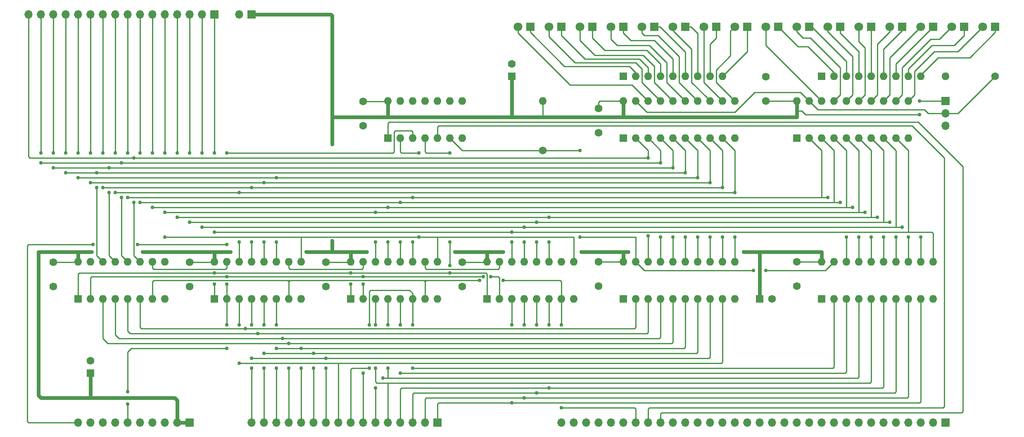
<source format=gtl>
G04 #@! TF.GenerationSoftware,KiCad,Pcbnew,(5.1.5)-3*
G04 #@! TF.CreationDate,2022-12-08T22:12:38-08:00*
G04 #@! TF.ProjectId,program_counter,70726f67-7261-46d5-9f63-6f756e746572,rev?*
G04 #@! TF.SameCoordinates,Original*
G04 #@! TF.FileFunction,Copper,L1,Top*
G04 #@! TF.FilePolarity,Positive*
%FSLAX46Y46*%
G04 Gerber Fmt 4.6, Leading zero omitted, Abs format (unit mm)*
G04 Created by KiCad (PCBNEW (5.1.5)-3) date 2022-12-08 22:12:38*
%MOMM*%
%LPD*%
G04 APERTURE LIST*
%ADD10O,1.600000X1.600000*%
%ADD11R,1.600000X1.600000*%
%ADD12C,1.600000*%
%ADD13O,1.700000X1.700000*%
%ADD14R,1.700000X1.700000*%
%ADD15C,1.800000*%
%ADD16R,1.800000X1.800000*%
%ADD17C,0.762000*%
%ADD18C,0.762000*%
%ADD19C,0.254000*%
G04 APERTURE END LIST*
D10*
X63500000Y-111760000D03*
X81280000Y-119380000D03*
X66040000Y-111760000D03*
X78740000Y-119380000D03*
X68580000Y-111760000D03*
X76200000Y-119380000D03*
X71120000Y-111760000D03*
X73660000Y-119380000D03*
X73660000Y-111760000D03*
X71120000Y-119380000D03*
X76200000Y-111760000D03*
X68580000Y-119380000D03*
X78740000Y-111760000D03*
X66040000Y-119380000D03*
X81280000Y-111760000D03*
D11*
X63500000Y-119380000D03*
D10*
X175260000Y-78740000D03*
X198120000Y-86360000D03*
X177800000Y-78740000D03*
X195580000Y-86360000D03*
X180340000Y-78740000D03*
X193040000Y-86360000D03*
X182880000Y-78740000D03*
X190500000Y-86360000D03*
X185420000Y-78740000D03*
X187960000Y-86360000D03*
X187960000Y-78740000D03*
X185420000Y-86360000D03*
X190500000Y-78740000D03*
X182880000Y-86360000D03*
X193040000Y-78740000D03*
X180340000Y-86360000D03*
X195580000Y-78740000D03*
X177800000Y-86360000D03*
X198120000Y-78740000D03*
D11*
X175260000Y-86360000D03*
D10*
X91440000Y-111760000D03*
X109220000Y-119380000D03*
X93980000Y-111760000D03*
X106680000Y-119380000D03*
X96520000Y-111760000D03*
X104140000Y-119380000D03*
X99060000Y-111760000D03*
X101600000Y-119380000D03*
X101600000Y-111760000D03*
X99060000Y-119380000D03*
X104140000Y-111760000D03*
X96520000Y-119380000D03*
X106680000Y-111760000D03*
X93980000Y-119380000D03*
X109220000Y-111760000D03*
D11*
X91440000Y-119380000D03*
D10*
X215900000Y-111760000D03*
X238760000Y-119380000D03*
X218440000Y-111760000D03*
X236220000Y-119380000D03*
X220980000Y-111760000D03*
X233680000Y-119380000D03*
X223520000Y-111760000D03*
X231140000Y-119380000D03*
X226060000Y-111760000D03*
X228600000Y-119380000D03*
X228600000Y-111760000D03*
X226060000Y-119380000D03*
X231140000Y-111760000D03*
X223520000Y-119380000D03*
X233680000Y-111760000D03*
X220980000Y-119380000D03*
X236220000Y-111760000D03*
X218440000Y-119380000D03*
X238760000Y-111760000D03*
D11*
X215900000Y-119380000D03*
D10*
X119380000Y-111760000D03*
X137160000Y-119380000D03*
X121920000Y-111760000D03*
X134620000Y-119380000D03*
X124460000Y-111760000D03*
X132080000Y-119380000D03*
X127000000Y-111760000D03*
X129540000Y-119380000D03*
X129540000Y-111760000D03*
X127000000Y-119380000D03*
X132080000Y-111760000D03*
X124460000Y-119380000D03*
X134620000Y-111760000D03*
X121920000Y-119380000D03*
X137160000Y-111760000D03*
D11*
X119380000Y-119380000D03*
D10*
X175260000Y-111760000D03*
X198120000Y-119380000D03*
X177800000Y-111760000D03*
X195580000Y-119380000D03*
X180340000Y-111760000D03*
X193040000Y-119380000D03*
X182880000Y-111760000D03*
X190500000Y-119380000D03*
X185420000Y-111760000D03*
X187960000Y-119380000D03*
X187960000Y-111760000D03*
X185420000Y-119380000D03*
X190500000Y-111760000D03*
X182880000Y-119380000D03*
X193040000Y-111760000D03*
X180340000Y-119380000D03*
X195580000Y-111760000D03*
X177800000Y-119380000D03*
X198120000Y-111760000D03*
D11*
X175260000Y-119380000D03*
D10*
X147320000Y-111760000D03*
X165100000Y-119380000D03*
X149860000Y-111760000D03*
X162560000Y-119380000D03*
X152400000Y-111760000D03*
X160020000Y-119380000D03*
X154940000Y-111760000D03*
X157480000Y-119380000D03*
X157480000Y-111760000D03*
X154940000Y-119380000D03*
X160020000Y-111760000D03*
X152400000Y-119380000D03*
X162560000Y-111760000D03*
X149860000Y-119380000D03*
X165100000Y-111760000D03*
D11*
X147320000Y-119380000D03*
D10*
X210820000Y-78740000D03*
X233680000Y-86360000D03*
X213360000Y-78740000D03*
X231140000Y-86360000D03*
X215900000Y-78740000D03*
X228600000Y-86360000D03*
X218440000Y-78740000D03*
X226060000Y-86360000D03*
X220980000Y-78740000D03*
X223520000Y-86360000D03*
X223520000Y-78740000D03*
X220980000Y-86360000D03*
X226060000Y-78740000D03*
X218440000Y-86360000D03*
X228600000Y-78740000D03*
X215900000Y-86360000D03*
X231140000Y-78740000D03*
X213360000Y-86360000D03*
X233680000Y-78740000D03*
D11*
X210820000Y-86360000D03*
D10*
X127000000Y-78740000D03*
X142240000Y-86360000D03*
X129540000Y-78740000D03*
X139700000Y-86360000D03*
X132080000Y-78740000D03*
X137160000Y-86360000D03*
X134620000Y-78740000D03*
X134620000Y-86360000D03*
X137160000Y-78740000D03*
X132080000Y-86360000D03*
X139700000Y-78740000D03*
X129540000Y-86360000D03*
X142240000Y-78740000D03*
D11*
X127000000Y-86360000D03*
D10*
X158750000Y-78740000D03*
D12*
X158750000Y-88900000D03*
D13*
X241300000Y-83820000D03*
X241300000Y-81280000D03*
D14*
X241300000Y-78740000D03*
D10*
X241300000Y-73660000D03*
D12*
X251460000Y-73660000D03*
D13*
X96520000Y-60960000D03*
D14*
X99060000Y-60960000D03*
X86360000Y-144780000D03*
D13*
X83820000Y-144780000D03*
X81280000Y-144780000D03*
X78740000Y-144780000D03*
X76200000Y-144780000D03*
X73660000Y-144780000D03*
X71120000Y-144780000D03*
X68580000Y-144780000D03*
X66040000Y-144780000D03*
X63500000Y-144780000D03*
D14*
X137160000Y-144780000D03*
D13*
X134620000Y-144780000D03*
X132080000Y-144780000D03*
X129540000Y-144780000D03*
X127000000Y-144780000D03*
X124460000Y-144780000D03*
X121920000Y-144780000D03*
X119380000Y-144780000D03*
X116840000Y-144780000D03*
X114300000Y-144780000D03*
X111760000Y-144780000D03*
X109220000Y-144780000D03*
X106680000Y-144780000D03*
X104140000Y-144780000D03*
X101600000Y-144780000D03*
X99060000Y-144780000D03*
X162560000Y-144780000D03*
X165100000Y-144780000D03*
X167640000Y-144780000D03*
X170180000Y-144780000D03*
X172720000Y-144780000D03*
X175260000Y-144780000D03*
X177800000Y-144780000D03*
X180340000Y-144780000D03*
X182880000Y-144780000D03*
X185420000Y-144780000D03*
X187960000Y-144780000D03*
X190500000Y-144780000D03*
X193040000Y-144780000D03*
X195580000Y-144780000D03*
X198120000Y-144780000D03*
X200660000Y-144780000D03*
X203200000Y-144780000D03*
X205740000Y-144780000D03*
X208280000Y-144780000D03*
X210820000Y-144780000D03*
X213360000Y-144780000D03*
X215900000Y-144780000D03*
X218440000Y-144780000D03*
X220980000Y-144780000D03*
X223520000Y-144780000D03*
X226060000Y-144780000D03*
X228600000Y-144780000D03*
X231140000Y-144780000D03*
X233680000Y-144780000D03*
X236220000Y-144780000D03*
X238760000Y-144780000D03*
D14*
X241300000Y-144780000D03*
D15*
X153670000Y-63500000D03*
D16*
X156210000Y-63500000D03*
D15*
X160020000Y-63500000D03*
D16*
X162560000Y-63500000D03*
D15*
X166370000Y-63500000D03*
D16*
X168910000Y-63500000D03*
D15*
X172720000Y-63500000D03*
D16*
X175260000Y-63500000D03*
D15*
X179070000Y-63500000D03*
D16*
X181610000Y-63500000D03*
D15*
X185420000Y-63500000D03*
D16*
X187960000Y-63500000D03*
D15*
X191770000Y-63500000D03*
D16*
X194310000Y-63500000D03*
D15*
X198120000Y-63500000D03*
D16*
X200660000Y-63500000D03*
D15*
X204470000Y-63500000D03*
D16*
X207010000Y-63500000D03*
D15*
X210820000Y-63500000D03*
D16*
X213360000Y-63500000D03*
D15*
X217170000Y-63500000D03*
D16*
X219710000Y-63500000D03*
D15*
X223520000Y-63500000D03*
D16*
X226060000Y-63500000D03*
D15*
X229870000Y-63500000D03*
D16*
X232410000Y-63500000D03*
D15*
X236220000Y-63500000D03*
D16*
X238760000Y-63500000D03*
D15*
X242570000Y-63500000D03*
D16*
X245110000Y-63500000D03*
D15*
X248920000Y-63500000D03*
D16*
X251460000Y-63500000D03*
D10*
X195580000Y-73660000D03*
X193040000Y-73660000D03*
X190500000Y-73660000D03*
X187960000Y-73660000D03*
X185420000Y-73660000D03*
X182880000Y-73660000D03*
X180340000Y-73660000D03*
X177800000Y-73660000D03*
D11*
X175260000Y-73660000D03*
D10*
X236220000Y-73660000D03*
X233680000Y-73660000D03*
X231140000Y-73660000D03*
X228600000Y-73660000D03*
X226060000Y-73660000D03*
X223520000Y-73660000D03*
X220980000Y-73660000D03*
X218440000Y-73660000D03*
D11*
X215900000Y-73660000D03*
D13*
X53340000Y-60960000D03*
X55880000Y-60960000D03*
X58420000Y-60960000D03*
X60960000Y-60960000D03*
X63500000Y-60960000D03*
X66040000Y-60960000D03*
X68580000Y-60960000D03*
X71120000Y-60960000D03*
X73660000Y-60960000D03*
X76200000Y-60960000D03*
X78740000Y-60960000D03*
X81280000Y-60960000D03*
X83820000Y-60960000D03*
X86360000Y-60960000D03*
X88900000Y-60960000D03*
D14*
X91440000Y-60960000D03*
D12*
X152400000Y-71160000D03*
D11*
X152400000Y-73660000D03*
D12*
X205700000Y-119380000D03*
D11*
X203200000Y-119380000D03*
D12*
X66040000Y-132120000D03*
D11*
X66040000Y-134620000D03*
D12*
X121920000Y-78820000D03*
X121920000Y-83820000D03*
X58420000Y-111840000D03*
X58420000Y-116840000D03*
X86360000Y-111840000D03*
X86360000Y-116840000D03*
X170180000Y-85264000D03*
X170180000Y-80264000D03*
X114300000Y-111840000D03*
X114300000Y-116840000D03*
X210820000Y-116760000D03*
X210820000Y-111760000D03*
X142240000Y-111840000D03*
X142240000Y-116840000D03*
X170180000Y-116760000D03*
X170180000Y-111760000D03*
X204470000Y-73740000D03*
X204470000Y-78740000D03*
D17*
X140716000Y-109728000D03*
X141986000Y-109728000D03*
X110236000Y-109728000D03*
X111506000Y-109728000D03*
X122682000Y-109728000D03*
X121412000Y-109728000D03*
X150622000Y-109728000D03*
X149352024Y-109728000D03*
X94741974Y-109728000D03*
X93472000Y-109728000D03*
X65024000Y-109728000D03*
X66294000Y-109728000D03*
X199898000Y-109727990D03*
X201168000Y-109728000D03*
X176275970Y-109728000D03*
X174244000Y-109728000D03*
X166623990Y-109728000D03*
X167894000Y-109728000D03*
X172974005Y-82041995D03*
X210820000Y-82042000D03*
X235966000Y-81534000D03*
X115570000Y-86106000D03*
X115569994Y-87630000D03*
X115570000Y-108712000D03*
X115570000Y-107442000D03*
X235966000Y-78740000D03*
X76707984Y-109728000D03*
X78232000Y-109728000D03*
X74930000Y-90424020D03*
X180340010Y-90424000D03*
X74930000Y-99568000D03*
X180340000Y-106426000D03*
X55880006Y-89408000D03*
X72390000Y-91439998D03*
X55880000Y-91440000D03*
X182880002Y-91440000D03*
X72390000Y-98551992D03*
X182879994Y-106680000D03*
X58420000Y-89407992D03*
X69850000Y-92456000D03*
X58419984Y-92456000D03*
X185420000Y-92456000D03*
X69850000Y-97536000D03*
X185420004Y-106680000D03*
X60960000Y-89408000D03*
X60960000Y-93471994D03*
X187960000Y-93472006D03*
X67310000Y-93472000D03*
X67310000Y-96519996D03*
X187960006Y-106680000D03*
X63500006Y-89408000D03*
X190500000Y-94487994D03*
X63500000Y-94488000D03*
X104140000Y-94488000D03*
X190500002Y-106680000D03*
X104140004Y-107696000D03*
X66040000Y-89407998D03*
X193040004Y-95504000D03*
X66039988Y-95504000D03*
X101600000Y-95504000D03*
X193040000Y-106680000D03*
X101600014Y-107696000D03*
X68579988Y-89408000D03*
X195580000Y-96520000D03*
X99060000Y-96520000D03*
X68580000Y-96520000D03*
X195580000Y-106680000D03*
X99060024Y-107696000D03*
X71120006Y-89408000D03*
X71120000Y-97536000D03*
X96520000Y-97536000D03*
X198120000Y-97536000D03*
X198120000Y-106680000D03*
X96519990Y-107696000D03*
X73660004Y-89408000D03*
X73660000Y-98552000D03*
X132080000Y-98552000D03*
X220980000Y-106680000D03*
X132080004Y-107696000D03*
X217170006Y-98552000D03*
X76199997Y-89408003D03*
X129540000Y-99568000D03*
X76200000Y-99568000D03*
X223520000Y-106680000D03*
X129539992Y-107696000D03*
X219710000Y-99568000D03*
X78740000Y-89407996D03*
X78740000Y-100583990D03*
X127000000Y-100584000D03*
X226060000Y-106680000D03*
X126999994Y-107696000D03*
X222249998Y-100584000D03*
X81280000Y-89407994D03*
X124460000Y-101600000D03*
X81280000Y-101600000D03*
X228600000Y-106680000D03*
X124459988Y-107696000D03*
X224790000Y-101600000D03*
X160020000Y-102616000D03*
X83820000Y-102616000D03*
X83820000Y-89408000D03*
X231140000Y-106680000D03*
X160019990Y-107696000D03*
X227330000Y-102615984D03*
X86360000Y-89408000D03*
X233680000Y-106680000D03*
X157480014Y-107696000D03*
X157480014Y-103632000D03*
X86360000Y-103632000D03*
X229870000Y-103631986D03*
X88900000Y-89408000D03*
X236220000Y-106680000D03*
X154939972Y-107696000D03*
X154940000Y-104648000D03*
X88900000Y-104648000D03*
X232410004Y-104648000D03*
X91440000Y-89408000D03*
X152400016Y-107696000D03*
X152399993Y-105664007D03*
X91440000Y-105664000D03*
X145796000Y-115570000D03*
X150622000Y-115570000D03*
X162560000Y-124714000D03*
X162560000Y-141732000D03*
X152400000Y-124714000D03*
X152400000Y-140716000D03*
X154940000Y-124714000D03*
X154940000Y-139700000D03*
X157480000Y-124714000D03*
X157480000Y-138684000D03*
X160020000Y-124714000D03*
X160019994Y-137668000D03*
X124460000Y-124714000D03*
X124460000Y-133604000D03*
X127000000Y-124714000D03*
X124460000Y-137668000D03*
X125984000Y-135635994D03*
X127000000Y-133604000D03*
X129540000Y-124714000D03*
X129540000Y-134620000D03*
X121920000Y-134620000D03*
X132080000Y-124714000D03*
X123190000Y-124714000D03*
X132080000Y-133604004D03*
X123189922Y-133604000D03*
X96520000Y-124714000D03*
X96520000Y-132588000D03*
X99060000Y-124714000D03*
X114300000Y-133604000D03*
X99060000Y-131572000D03*
X114300000Y-131572000D03*
X101600000Y-124714000D03*
X111760000Y-133604000D03*
X111760000Y-130555992D03*
X101600000Y-130556000D03*
X104140000Y-124714000D03*
X109220000Y-133604000D03*
X109220000Y-129540000D03*
X104140000Y-129540000D03*
X106680000Y-133604000D03*
X106680000Y-128524006D03*
X104140000Y-133604000D03*
X105410000Y-127508000D03*
X101600000Y-133604000D03*
X100330000Y-126492000D03*
X97790000Y-125476000D03*
X99060000Y-133604000D03*
X146558000Y-114808000D03*
X148082000Y-114808000D03*
X121920000Y-116332000D03*
X121920000Y-114808000D03*
X93980000Y-116332000D03*
X93980000Y-114808000D03*
X93980000Y-124714000D03*
X73660000Y-138430000D03*
X73660000Y-140970000D03*
X93980000Y-129540000D03*
X93980000Y-89408004D03*
X93980000Y-108204000D03*
X75692000Y-108204000D03*
X66548000Y-108204000D03*
X201930000Y-113538000D03*
X204470000Y-113538000D03*
X166370000Y-106680000D03*
X166370000Y-88900000D03*
X91440000Y-116332000D03*
X91440000Y-114046000D03*
X119380000Y-116332000D03*
X119380000Y-114046000D03*
X139700000Y-112522000D03*
X139700000Y-114046000D03*
X139700000Y-89408000D03*
X139700000Y-107696002D03*
X133350000Y-89408000D03*
X133349980Y-106680016D03*
X81280000Y-106680000D03*
D18*
X147320000Y-111760000D02*
X147320000Y-109728000D01*
X91440000Y-111760000D02*
X91440000Y-109728000D01*
X63500000Y-111760000D02*
X63500000Y-109728000D01*
X55372000Y-109728000D02*
X55372000Y-139192000D01*
X55372000Y-139192000D02*
X55880000Y-139700000D01*
X140716000Y-109728000D02*
X141986000Y-109728000D01*
X111506000Y-109728000D02*
X110236000Y-109728000D01*
X119380000Y-109728000D02*
X122682000Y-109728000D01*
X119380000Y-111760000D02*
X119380000Y-109728000D01*
X119380000Y-109728000D02*
X121412000Y-109728000D01*
X141986000Y-109728000D02*
X149352024Y-109728000D01*
X150622000Y-109728000D02*
X149352024Y-109728000D01*
X91440000Y-109728000D02*
X94741974Y-109728000D01*
X94741974Y-109728000D02*
X93472000Y-109728000D01*
X65024000Y-109728000D02*
X55372000Y-109728000D01*
X66294000Y-109728000D02*
X65024000Y-109728000D01*
D19*
X121920000Y-78820000D02*
X126920000Y-78820000D01*
X126920000Y-78820000D02*
X127000000Y-78740000D01*
X58420000Y-111840000D02*
X63420000Y-111840000D01*
X63420000Y-111840000D02*
X63500000Y-111760000D01*
D18*
X208534000Y-82041970D02*
X208534030Y-82042000D01*
X210819970Y-82041970D02*
X208534000Y-82041970D01*
X210820000Y-82042000D02*
X210819970Y-82041970D01*
X207995185Y-82041970D02*
X208534000Y-82041970D01*
X160558815Y-82042002D02*
X160020000Y-82042002D01*
X162814030Y-82041970D02*
X162813998Y-82042002D01*
X162813998Y-82042002D02*
X160558815Y-82042002D01*
D19*
X114300000Y-111840000D02*
X119300000Y-111840000D01*
X119300000Y-111840000D02*
X119380000Y-111760000D01*
X86360000Y-111840000D02*
X91360000Y-111840000D01*
X91360000Y-111840000D02*
X91440000Y-111760000D01*
X142240000Y-111840000D02*
X147240000Y-111840000D01*
X147240000Y-111840000D02*
X147320000Y-111760000D01*
D18*
X66040000Y-134620000D02*
X66040000Y-139700000D01*
X55880000Y-139700000D02*
X66040000Y-139700000D01*
X127508000Y-82042000D02*
X149860000Y-82042000D01*
D19*
X175514000Y-78740000D02*
X175768000Y-78994000D01*
D18*
X199898000Y-109727990D02*
X201167990Y-109727990D01*
X201167990Y-109727990D02*
X201168000Y-109728000D01*
X175260000Y-110628630D02*
X175260000Y-109728000D01*
X175260000Y-111760000D02*
X175260000Y-110628630D01*
X175260000Y-109728000D02*
X176275970Y-109728000D01*
X166623990Y-109728000D02*
X167894000Y-109728000D01*
X175260000Y-109728000D02*
X167894000Y-109728000D01*
X215900000Y-111760000D02*
X215900000Y-109728000D01*
D19*
X170180000Y-111760000D02*
X175260000Y-111760000D01*
D18*
X175260000Y-78740000D02*
X175260000Y-82042000D01*
X175260000Y-82042000D02*
X207995185Y-82041970D01*
D19*
X170180000Y-80264000D02*
X170180000Y-79132630D01*
X170180000Y-79132630D02*
X170180000Y-78994000D01*
X170180000Y-78994000D02*
X170434000Y-78740000D01*
X170434000Y-78740000D02*
X175260000Y-78740000D01*
D18*
X172974005Y-82041995D02*
X175260000Y-82042000D01*
D19*
X210820000Y-111760000D02*
X215900000Y-111760000D01*
D18*
X203200000Y-109728000D02*
X203200000Y-119380000D01*
X203200000Y-109728000D02*
X215900000Y-109728000D01*
X201168000Y-109728000D02*
X203200000Y-109728000D01*
X83820000Y-140208000D02*
X83820000Y-144780000D01*
X66040000Y-139700000D02*
X83312000Y-139700000D01*
X83312000Y-139700000D02*
X83820000Y-140208000D01*
X83820000Y-144780000D02*
X86360000Y-144780000D01*
X210820000Y-82041940D02*
X210819970Y-82041970D01*
D19*
X204470000Y-78740000D02*
X210820000Y-78740000D01*
D18*
X127508000Y-82042000D02*
X126492000Y-82042000D01*
X162814030Y-82041970D02*
X163830000Y-82042000D01*
X163830000Y-82042000D02*
X172974005Y-82041995D01*
X115570000Y-109728000D02*
X121412000Y-109728000D01*
X111506000Y-109728000D02*
X115570000Y-109728000D01*
D19*
X210820000Y-80772000D02*
X211836000Y-80772000D01*
D18*
X210820000Y-80772000D02*
X210820000Y-82041940D01*
X210820000Y-78740000D02*
X210820000Y-80772000D01*
D19*
X211836000Y-80772000D02*
X212598000Y-81534000D01*
X212598000Y-81534000D02*
X235966000Y-81534000D01*
X241173000Y-78740000D02*
X241300000Y-78740000D01*
X158750000Y-82042000D02*
X158749999Y-82042001D01*
X158750000Y-78740000D02*
X158750000Y-82042000D01*
D18*
X115570000Y-109728000D02*
X115570000Y-108712000D01*
X115570000Y-108712000D02*
X115570000Y-107442000D01*
X152400000Y-73660000D02*
X152400000Y-82042000D01*
X149860000Y-82042000D02*
X152400000Y-82042000D01*
X152400000Y-82042000D02*
X160020000Y-82042002D01*
D19*
X235966000Y-78740000D02*
X241300000Y-78740000D01*
D18*
X115570000Y-87629994D02*
X115569994Y-87630000D01*
X115570000Y-61214000D02*
X115570000Y-87629994D01*
X99060000Y-60960000D02*
X115316000Y-60960000D01*
X115316000Y-60960000D02*
X115570000Y-61214000D01*
X126492000Y-82042000D02*
X115570000Y-82042000D01*
X127000000Y-78740000D02*
X127000000Y-82042000D01*
X93472000Y-109728000D02*
X78232000Y-109728000D01*
X76707984Y-109728000D02*
X78232000Y-109728000D01*
D19*
X243840000Y-68580000D02*
X248920000Y-63500000D01*
X239014000Y-68580000D02*
X243840000Y-68580000D01*
X233680000Y-78740000D02*
X234950000Y-77470000D01*
X234950000Y-72644000D02*
X239014000Y-68580000D01*
X234950000Y-77470000D02*
X234950000Y-72644000D01*
X251460000Y-64654000D02*
X251460000Y-63500000D01*
X246264000Y-69850000D02*
X251460000Y-64654000D01*
X239776000Y-69850000D02*
X246264000Y-69850000D01*
X236220000Y-73660000D02*
X236220000Y-73406000D01*
X236220000Y-73406000D02*
X239776000Y-69850000D01*
X240030000Y-66040000D02*
X242570000Y-63500000D01*
X232410000Y-71882000D02*
X238252000Y-66040000D01*
X238252000Y-66040000D02*
X240030000Y-66040000D01*
X232410000Y-71882000D02*
X232410000Y-77470000D01*
X232410000Y-77470000D02*
X231140000Y-78740000D01*
X245110000Y-65278000D02*
X245110000Y-63500000D01*
X243078000Y-67310000D02*
X245110000Y-65278000D01*
X233680000Y-73660000D02*
X233680000Y-72136000D01*
X238506000Y-67310000D02*
X243078000Y-67310000D01*
X233680000Y-72136000D02*
X238506000Y-67310000D01*
X229870000Y-69850000D02*
X236220000Y-63500000D01*
X229870000Y-69850000D02*
X229870000Y-77470000D01*
X229870000Y-77470000D02*
X228600000Y-78740000D01*
X231140000Y-73660000D02*
X231140000Y-71120000D01*
X231140000Y-71120000D02*
X238760000Y-63500000D01*
X226859999Y-77940001D02*
X226060000Y-78740000D01*
X227330000Y-67056000D02*
X227330000Y-77470000D01*
X227330000Y-77470000D02*
X226859999Y-77940001D01*
X229870000Y-63500000D02*
X229870000Y-64516000D01*
X229870000Y-64516000D02*
X227330000Y-67056000D01*
X232410000Y-64262000D02*
X232410000Y-63754000D01*
X228600000Y-73660000D02*
X228600000Y-68072000D01*
X228600000Y-68072000D02*
X232410000Y-64262000D01*
X223520000Y-66548000D02*
X223520000Y-63500000D01*
X224790000Y-67818000D02*
X223520000Y-66548000D01*
X223520000Y-78740000D02*
X224790000Y-77470000D01*
X224790000Y-77470000D02*
X224790000Y-67818000D01*
X226060000Y-63500000D02*
X226060000Y-64654000D01*
X226060000Y-64654000D02*
X226060000Y-73406000D01*
X217170000Y-64516000D02*
X217170000Y-63500000D01*
X222250000Y-69596000D02*
X217170000Y-64516000D01*
X220980000Y-78740000D02*
X222250000Y-77470000D01*
X222250000Y-77470000D02*
X222250000Y-69596000D01*
X219710000Y-64770000D02*
X219710000Y-63500000D01*
X223520000Y-73660000D02*
X223520000Y-68580000D01*
X223520000Y-68580000D02*
X219710000Y-64770000D01*
X210820000Y-64516000D02*
X210820000Y-63500000D01*
X212090000Y-65786000D02*
X210820000Y-64516000D01*
X213614000Y-65786000D02*
X212090000Y-65786000D01*
X219710000Y-71882000D02*
X213614000Y-65786000D01*
X219710000Y-77470000D02*
X219710000Y-71882000D01*
X218440000Y-78740000D02*
X219710000Y-77470000D01*
X220980000Y-72528630D02*
X220980000Y-73660000D01*
X220980000Y-70612000D02*
X220980000Y-72528630D01*
X213360000Y-63500000D02*
X213868000Y-63500000D01*
X213868000Y-63500000D02*
X220980000Y-70612000D01*
X204470000Y-67310000D02*
X204470000Y-63500000D01*
X215900000Y-78740000D02*
X204470000Y-67310000D01*
X218440000Y-72898000D02*
X218440000Y-73660000D01*
X213106000Y-67564000D02*
X218440000Y-72898000D01*
X207010000Y-63500000D02*
X211074000Y-67564000D01*
X211074000Y-67564000D02*
X213106000Y-67564000D01*
X197220001Y-69479999D02*
X194310000Y-72390000D01*
X198120000Y-63500000D02*
X197220001Y-64399999D01*
X194310000Y-72390000D02*
X194310000Y-74930000D01*
X197220001Y-64399999D02*
X197220001Y-69479999D01*
X194310000Y-74930000D02*
X198120000Y-78740000D01*
X195580000Y-73660000D02*
X200406000Y-68834000D01*
X200406000Y-68834000D02*
X200660000Y-68580000D01*
X200660000Y-68580000D02*
X200660000Y-63246000D01*
X191770000Y-74930000D02*
X191770000Y-63500000D01*
X195580000Y-78740000D02*
X191770000Y-74930000D01*
X194310000Y-63500000D02*
X194310000Y-63246000D01*
X194310000Y-63500000D02*
X194310000Y-65786000D01*
X193040000Y-67056000D02*
X193040000Y-73660000D01*
X194310000Y-65786000D02*
X193040000Y-67056000D01*
X185420000Y-63500000D02*
X185420000Y-64262000D01*
X185420000Y-64262000D02*
X189230000Y-68072000D01*
X192240001Y-77940001D02*
X189230000Y-74930000D01*
X193040000Y-78740000D02*
X192240001Y-77940001D01*
X189230000Y-68072000D02*
X189230000Y-74930000D01*
X190500000Y-64886000D02*
X190500000Y-72528630D01*
X187960000Y-63500000D02*
X189114000Y-63500000D01*
X189114000Y-63500000D02*
X190500000Y-64886000D01*
X190500000Y-72528630D02*
X190500000Y-73660000D01*
X179070000Y-64772792D02*
X179070000Y-63500000D01*
X190500000Y-78740000D02*
X186690000Y-74930000D01*
X182372000Y-65278000D02*
X179575208Y-65278000D01*
X179575208Y-65278000D02*
X179070000Y-64772792D01*
X186690000Y-74930000D02*
X186690000Y-69596000D01*
X186690000Y-69596000D02*
X182372000Y-65278000D01*
X182764000Y-63500000D02*
X187198000Y-67934000D01*
X181610000Y-63500000D02*
X182764000Y-63500000D01*
X187198000Y-67934000D02*
X187960000Y-68696000D01*
X187960000Y-68696000D02*
X187960000Y-73660000D01*
X172720000Y-66040000D02*
X173990000Y-67310000D01*
X172720000Y-63500000D02*
X172720000Y-66040000D01*
X180594000Y-67310000D02*
X184150000Y-70866000D01*
X173990000Y-67310000D02*
X180594000Y-67310000D01*
X184150000Y-70866000D02*
X184150000Y-74930000D01*
X187960000Y-78740000D02*
X184150000Y-74930000D01*
X181610000Y-66294000D02*
X185420000Y-70104000D01*
X176784000Y-66294000D02*
X181610000Y-66294000D01*
X175260000Y-63500000D02*
X175260000Y-64770000D01*
X185420000Y-70104000D02*
X185420000Y-73660000D01*
X175260000Y-64770000D02*
X176784000Y-66294000D01*
X169418000Y-69342000D02*
X166370000Y-66294000D01*
X181610000Y-74930000D02*
X181610000Y-71628000D01*
X185420000Y-78740000D02*
X181610000Y-74930000D01*
X181610000Y-71628000D02*
X179324000Y-69342000D01*
X166370000Y-66294000D02*
X166370000Y-63500000D01*
X179324000Y-69342000D02*
X169418000Y-69342000D01*
X182880000Y-71120000D02*
X182880000Y-73660000D01*
X180086000Y-68326000D02*
X182880000Y-71120000D01*
X171450000Y-68326000D02*
X180086000Y-68326000D01*
X168910000Y-63500000D02*
X168910000Y-65786000D01*
X168910000Y-65786000D02*
X171450000Y-68326000D01*
X160020000Y-65532000D02*
X160020000Y-63500000D01*
X179070000Y-74930000D02*
X179070000Y-72167998D01*
X182880000Y-78740000D02*
X179070000Y-74930000D01*
X165354000Y-70866000D02*
X160020000Y-65532000D01*
X179070000Y-72167998D02*
X177768002Y-70866000D01*
X177768002Y-70866000D02*
X165354000Y-70866000D01*
X180340000Y-71882000D02*
X180340000Y-73660000D01*
X178562000Y-70104000D02*
X180340000Y-71882000D01*
X167386000Y-70104000D02*
X178562000Y-70104000D01*
X162560000Y-63500000D02*
X162560000Y-65278000D01*
X162560000Y-65278000D02*
X167386000Y-70104000D01*
X164338000Y-75438000D02*
X153670000Y-64770000D01*
X180340000Y-78740000D02*
X177038000Y-75438000D01*
X153670000Y-64770000D02*
X153670000Y-63500000D01*
X177038000Y-75438000D02*
X164338000Y-75438000D01*
X156210000Y-64654000D02*
X156210000Y-63500000D01*
X163184000Y-71628000D02*
X156210000Y-64654000D01*
X176530000Y-71628000D02*
X163184000Y-71628000D01*
X177800000Y-73660000D02*
X177800000Y-72898000D01*
X177800000Y-72898000D02*
X176530000Y-71628000D01*
X74930020Y-90424000D02*
X74930000Y-90424020D01*
X180340010Y-90424000D02*
X74930020Y-90424000D01*
X74930000Y-110490000D02*
X74930000Y-99568000D01*
X76200000Y-111760000D02*
X74930000Y-110490000D01*
X180340000Y-111760000D02*
X180340000Y-106426000D01*
X180340010Y-89885185D02*
X180340010Y-90424000D01*
X177800000Y-86360000D02*
X180340010Y-88900010D01*
X180340010Y-88900010D02*
X180340010Y-89885185D01*
X74929980Y-90424000D02*
X74930000Y-90424020D01*
X53594000Y-90424000D02*
X74929980Y-90424000D01*
X53340000Y-60960000D02*
X53340000Y-90170000D01*
X53340000Y-90170000D02*
X53594000Y-90424000D01*
X55880000Y-60960000D02*
X55880000Y-89407994D01*
X55880000Y-89407994D02*
X55880006Y-89408000D01*
X72390000Y-91439998D02*
X55880002Y-91439998D01*
X55880002Y-91439998D02*
X55880000Y-91440000D01*
X182880000Y-88900000D02*
X182880002Y-88900002D01*
X182880002Y-90901185D02*
X182880002Y-91440000D01*
X182880002Y-88900002D02*
X182880002Y-90901185D01*
X72390000Y-91439998D02*
X72390002Y-91440000D01*
X182499003Y-91440000D02*
X182880002Y-91440000D01*
X72390002Y-91440000D02*
X182499003Y-91440000D01*
X72390000Y-110490000D02*
X72390000Y-98551992D01*
X73660000Y-111760000D02*
X72390000Y-110490000D01*
X182880000Y-111760000D02*
X182880000Y-106680006D01*
X182880000Y-106680006D02*
X182879994Y-106680000D01*
X181139999Y-87159999D02*
X182880002Y-88900002D01*
X180340000Y-86360000D02*
X181139999Y-87159999D01*
X58420000Y-60960000D02*
X58420000Y-89407992D01*
X69850000Y-92456000D02*
X58419984Y-92456000D01*
X69850000Y-92456000D02*
X185420000Y-92456000D01*
X69850000Y-110490000D02*
X69850000Y-97536000D01*
X71120000Y-111760000D02*
X69850000Y-110490000D01*
X185420000Y-106680004D02*
X185420004Y-106680000D01*
X185420000Y-111760000D02*
X185420000Y-106680004D01*
X185420000Y-91917185D02*
X185420000Y-92456000D01*
X182880000Y-86360000D02*
X185420000Y-88900000D01*
X185420000Y-88900000D02*
X185420000Y-91917185D01*
X60960000Y-60960000D02*
X60960000Y-89408000D01*
X67310006Y-93472006D02*
X67310000Y-93472000D01*
X67309994Y-93471994D02*
X67310000Y-93472000D01*
X60960000Y-93471994D02*
X67309994Y-93471994D01*
X187960000Y-93472006D02*
X67310006Y-93472006D01*
X67310000Y-110490000D02*
X67310000Y-96519996D01*
X68580000Y-111760000D02*
X67310000Y-110490000D01*
X187960000Y-111760000D02*
X187960000Y-106680006D01*
X187960000Y-106680006D02*
X187960006Y-106680000D01*
X187960000Y-88900000D02*
X187960000Y-93472006D01*
X185420000Y-86360000D02*
X187960000Y-88900000D01*
X63500000Y-60960000D02*
X63500000Y-89407994D01*
X63500000Y-89407994D02*
X63500006Y-89408000D01*
X63500000Y-94488000D02*
X104140000Y-94488000D01*
X190500000Y-94487994D02*
X190499994Y-94488000D01*
X104678815Y-94488000D02*
X104140000Y-94488000D01*
X190499994Y-94488000D02*
X104678815Y-94488000D01*
X190500000Y-106680002D02*
X190500002Y-106680000D01*
X190500000Y-111760000D02*
X190500000Y-106680002D01*
X104140000Y-111760000D02*
X104140000Y-107696004D01*
X104140000Y-107696004D02*
X104140004Y-107696000D01*
X190500000Y-88900000D02*
X190500000Y-94487994D01*
X187960000Y-86360000D02*
X190500000Y-88900000D01*
X66040000Y-60960000D02*
X66040000Y-89407998D01*
X66039988Y-95504000D02*
X66578803Y-95504000D01*
X193040004Y-95504000D02*
X101600000Y-95504000D01*
X66578803Y-95504000D02*
X101600000Y-95504000D01*
X193040000Y-111760000D02*
X193040000Y-106680000D01*
X101600000Y-111760000D02*
X101600000Y-107696014D01*
X101600000Y-107696014D02*
X101600014Y-107696000D01*
X193040000Y-90031370D02*
X193040004Y-90031374D01*
X193040004Y-94965185D02*
X193040004Y-95504000D01*
X193040004Y-90031374D02*
X193040004Y-94965185D01*
X190500000Y-86360000D02*
X193040000Y-88900000D01*
X193040000Y-88900000D02*
X193040000Y-90031370D01*
X68580000Y-60960000D02*
X68580000Y-89407988D01*
X68580000Y-89407988D02*
X68579988Y-89408000D01*
X195580000Y-95981185D02*
X195580000Y-96520000D01*
X195580000Y-88900000D02*
X195580000Y-95981185D01*
X99060000Y-96520000D02*
X68580000Y-96520000D01*
X195041185Y-96520000D02*
X195580000Y-96520000D01*
X99060000Y-96520000D02*
X195041185Y-96520000D01*
X195580000Y-111760000D02*
X195580000Y-106680000D01*
X99060000Y-111760000D02*
X99060000Y-107696024D01*
X99060000Y-107696024D02*
X99060024Y-107696000D01*
X193040000Y-86360000D02*
X195580000Y-88900000D01*
X71120000Y-60960000D02*
X71120000Y-89407994D01*
X71120000Y-89407994D02*
X71120006Y-89408000D01*
X71120000Y-97536000D02*
X96520000Y-97536000D01*
X96520000Y-97536000D02*
X198120000Y-97536000D01*
X198120000Y-111760000D02*
X198120000Y-106680000D01*
X96520000Y-107696010D02*
X96519990Y-107696000D01*
X96520000Y-111760000D02*
X96520000Y-107696010D01*
X198120000Y-88900000D02*
X198120000Y-97536000D01*
X195580000Y-86360000D02*
X198120000Y-88900000D01*
X73660000Y-89407996D02*
X73660004Y-89408000D01*
X73660000Y-60960000D02*
X73660000Y-89407996D01*
X73660000Y-98552000D02*
X132080000Y-98552000D01*
X220980000Y-111760000D02*
X220980000Y-106680000D01*
X132080000Y-111760000D02*
X132080000Y-107696004D01*
X132080000Y-107696004D02*
X132080004Y-107696000D01*
X132080000Y-98552000D02*
X217170006Y-98552000D01*
X215900000Y-98552000D02*
X217170006Y-98552000D01*
X213360000Y-86360000D02*
X215900000Y-88900000D01*
X215900000Y-88900000D02*
X215900000Y-98552000D01*
X76200000Y-60960000D02*
X76200000Y-89408000D01*
X76200000Y-89408000D02*
X76199997Y-89408003D01*
X129540000Y-99568000D02*
X76200000Y-99568000D01*
X223520000Y-111760000D02*
X223520000Y-106680000D01*
X129540000Y-107696008D02*
X129539992Y-107696000D01*
X129540000Y-111760000D02*
X129540000Y-107696008D01*
X129540000Y-99568000D02*
X219710000Y-99568000D01*
X218440000Y-99568000D02*
X219710000Y-99568000D01*
X218440000Y-88900000D02*
X218440000Y-99568000D01*
X218440000Y-88900000D02*
X215900000Y-86360000D01*
X226060000Y-112014000D02*
X226060000Y-111760000D01*
X78740000Y-60960000D02*
X78740000Y-62162081D01*
X78740000Y-62162081D02*
X78740000Y-89407996D01*
X126999990Y-100583990D02*
X127000000Y-100584000D01*
X78740000Y-100583990D02*
X126999990Y-100583990D01*
X226060000Y-111760000D02*
X226060000Y-106680000D01*
X127000000Y-111760000D02*
X127000000Y-107696006D01*
X127000000Y-107696006D02*
X126999994Y-107696000D01*
X127000000Y-100584000D02*
X222249998Y-100584000D01*
X220980000Y-100584000D02*
X222249998Y-100584000D01*
X218440000Y-86360000D02*
X220980000Y-88900000D01*
X220980000Y-88900000D02*
X220980000Y-100584000D01*
X81280000Y-60960000D02*
X81280000Y-89407994D01*
X123921185Y-101600000D02*
X81280000Y-101600000D01*
X124460000Y-101600000D02*
X123921185Y-101600000D01*
X228600000Y-111760000D02*
X228600000Y-106680000D01*
X124460000Y-111760000D02*
X124460000Y-107696012D01*
X124460000Y-107696012D02*
X124459988Y-107696000D01*
X124460000Y-101600000D02*
X224790000Y-101600000D01*
X223520000Y-101600000D02*
X224790000Y-101600000D01*
X220980000Y-86360000D02*
X223520000Y-88900000D01*
X223520000Y-88900000D02*
X223520000Y-101600000D01*
X83820000Y-102616000D02*
X160020000Y-102616000D01*
X83820000Y-60960000D02*
X83820000Y-89408000D01*
X231140000Y-111760000D02*
X231140000Y-106680000D01*
X160020000Y-107696010D02*
X160019990Y-107696000D01*
X160020000Y-111760000D02*
X160020000Y-107696010D01*
X160020000Y-102616000D02*
X227329984Y-102616000D01*
X227329984Y-102616000D02*
X227330000Y-102615984D01*
X226060000Y-102616000D02*
X227329984Y-102616000D01*
X226060000Y-88900000D02*
X226060000Y-102616000D01*
X223520000Y-86360000D02*
X226060000Y-88900000D01*
X86360000Y-60960000D02*
X86360000Y-89408000D01*
X233680000Y-111760000D02*
X233680000Y-106680000D01*
X157480000Y-111760000D02*
X157480000Y-107696014D01*
X157480000Y-107696014D02*
X157480014Y-107696000D01*
X157480014Y-103632000D02*
X86360000Y-103632000D01*
X157480014Y-103632000D02*
X229869986Y-103632000D01*
X229869986Y-103632000D02*
X229870000Y-103631986D01*
X228600000Y-103632000D02*
X229869986Y-103632000D01*
X226060000Y-86360000D02*
X228600000Y-88900000D01*
X228600000Y-88900000D02*
X228600000Y-103632000D01*
X88900000Y-60960000D02*
X88900000Y-89408000D01*
X236220000Y-111760000D02*
X236220000Y-106680000D01*
X154940000Y-111760000D02*
X154940000Y-107696028D01*
X154940000Y-107696028D02*
X154939972Y-107696000D01*
X154940000Y-104648000D02*
X88900000Y-104648000D01*
X154940000Y-104648000D02*
X232410004Y-104648000D01*
X228600000Y-86360000D02*
X231140000Y-88900000D01*
X231140000Y-104648000D02*
X232410004Y-104648000D01*
X231140000Y-88900000D02*
X231140000Y-104648000D01*
X91440000Y-60960000D02*
X91440000Y-89408000D01*
X233680000Y-88900000D02*
X233680000Y-105664000D01*
X152400000Y-111760000D02*
X152400000Y-107696016D01*
X152400000Y-107696016D02*
X152400016Y-107696000D01*
X152399993Y-105664007D02*
X91440007Y-105664007D01*
X91440007Y-105664007D02*
X91440000Y-105664000D01*
X152938808Y-105664007D02*
X152399993Y-105664007D01*
X238506000Y-105664007D02*
X152938808Y-105664007D01*
X238760000Y-111760000D02*
X238760000Y-105918007D01*
X238760000Y-105918007D02*
X238506000Y-105664007D01*
X231140000Y-86360000D02*
X233680000Y-88900000D01*
X78740000Y-119380000D02*
X78740000Y-115824000D01*
X78740000Y-115824000D02*
X78994000Y-115570000D01*
X106426000Y-115570000D02*
X106680000Y-115824000D01*
X106680000Y-115824000D02*
X106680000Y-115570000D01*
X106680000Y-119380000D02*
X106680000Y-115824000D01*
X106426000Y-115570000D02*
X106680000Y-115570000D01*
X78994000Y-115570000D02*
X106426000Y-115570000D01*
X106680000Y-115824000D02*
X106934000Y-115570000D01*
X106680000Y-115570000D02*
X106934000Y-115570000D01*
X134620000Y-115824000D02*
X134366000Y-115570000D01*
X134620000Y-115824000D02*
X134620000Y-115570000D01*
X134366000Y-115570000D02*
X134620000Y-115570000D01*
X106934000Y-115570000D02*
X134366000Y-115570000D01*
X134620000Y-119380000D02*
X134620000Y-115824000D01*
X134620000Y-115824000D02*
X134874000Y-115570000D01*
X134620000Y-115570000D02*
X134874000Y-115570000D01*
X134874000Y-115570000D02*
X145288000Y-115570000D01*
X145288000Y-115570000D02*
X145796000Y-115570000D01*
X150622000Y-115570000D02*
X162306000Y-115570000D01*
X162306000Y-115570000D02*
X162560000Y-115824000D01*
X162560000Y-115824000D02*
X162560000Y-119380000D01*
X162560000Y-124714000D02*
X162560000Y-119380000D01*
X163098815Y-141732000D02*
X162560000Y-141732000D01*
X177546000Y-141732000D02*
X163098815Y-141732000D01*
X177800000Y-144780000D02*
X177800000Y-141986000D01*
X177800000Y-141986000D02*
X177546000Y-141732000D01*
X180340000Y-141986000D02*
X180340000Y-144780000D01*
X240792000Y-141732000D02*
X180594000Y-141732000D01*
X241046000Y-141478000D02*
X240792000Y-141732000D01*
X137160000Y-84074000D02*
X137414000Y-83820000D01*
X137160000Y-86360000D02*
X137160000Y-84074000D01*
X180594000Y-141732000D02*
X180340000Y-141986000D01*
X137414000Y-83820000D02*
X234442000Y-83820000D01*
X234442000Y-83820000D02*
X241046000Y-90424000D01*
X241046000Y-90424000D02*
X241046000Y-141478000D01*
X182880000Y-143002000D02*
X183134000Y-142748000D01*
X182880000Y-144780000D02*
X182880000Y-143002000D01*
X183134000Y-142748000D02*
X244602000Y-142748000D01*
X244602000Y-142748000D02*
X244856000Y-142494000D01*
X127000000Y-83312000D02*
X127000000Y-86360000D01*
X235712000Y-83058000D02*
X127254000Y-83058000D01*
X127254000Y-83058000D02*
X127000000Y-83312000D01*
X235712000Y-83058000D02*
X244856000Y-92202000D01*
X244856000Y-142494000D02*
X244856000Y-92202000D01*
X152400000Y-119380000D02*
X152400000Y-124714000D01*
X137414000Y-140716000D02*
X152019001Y-140716000D01*
X152019001Y-140716000D02*
X152400000Y-140716000D01*
X137160000Y-144780000D02*
X137160000Y-140970000D01*
X137160000Y-140970000D02*
X137414000Y-140716000D01*
X152938815Y-140716000D02*
X152400000Y-140716000D01*
X235966000Y-140716000D02*
X152938815Y-140716000D01*
X236220000Y-119380000D02*
X236220000Y-140462000D01*
X236220000Y-140462000D02*
X235966000Y-140716000D01*
X154940000Y-119380000D02*
X154940000Y-124714000D01*
X154559001Y-139700000D02*
X154940000Y-139700000D01*
X134874000Y-139700000D02*
X154559001Y-139700000D01*
X134620000Y-144780000D02*
X134620000Y-139954000D01*
X134620000Y-139954000D02*
X134874000Y-139700000D01*
X155478815Y-139700000D02*
X154940000Y-139700000D01*
X233426000Y-139700000D02*
X155478815Y-139700000D01*
X233680000Y-119380000D02*
X233680000Y-139446000D01*
X233680000Y-139446000D02*
X233426000Y-139700000D01*
X157480000Y-119380000D02*
X157480000Y-124714000D01*
X132334000Y-138684000D02*
X157099001Y-138684000D01*
X157099001Y-138684000D02*
X157480000Y-138684000D01*
X132080000Y-144780000D02*
X132080000Y-138938000D01*
X132080000Y-138938000D02*
X132334000Y-138684000D01*
X158018815Y-138684000D02*
X157480000Y-138684000D01*
X230886000Y-138684000D02*
X158018815Y-138684000D01*
X231140000Y-119380000D02*
X231140000Y-138430000D01*
X231140000Y-138430000D02*
X230886000Y-138684000D01*
X160020000Y-119380000D02*
X160020000Y-124714000D01*
X129794000Y-137668000D02*
X160019994Y-137668000D01*
X129540000Y-144780000D02*
X129540000Y-137922000D01*
X129540000Y-137922000D02*
X129794000Y-137668000D01*
X160558809Y-137668000D02*
X160019994Y-137668000D01*
X228346000Y-137668000D02*
X160558809Y-137668000D01*
X228600000Y-119380000D02*
X228600000Y-137414000D01*
X228600000Y-137414000D02*
X228346000Y-137668000D01*
X124460000Y-124714000D02*
X124460000Y-119380000D01*
X124460000Y-119380000D02*
X124460000Y-119634000D01*
X127000000Y-144780000D02*
X127000000Y-136652000D01*
X226060000Y-136398000D02*
X226060000Y-119380000D01*
X127000000Y-136652000D02*
X225806000Y-136652000D01*
X225806000Y-136652000D02*
X226060000Y-136398000D01*
X124460000Y-134142815D02*
X124460000Y-133604000D01*
X124460000Y-136398000D02*
X124460000Y-134142815D01*
X124714000Y-136652000D02*
X124460000Y-136398000D01*
X127000000Y-136652000D02*
X124714000Y-136652000D01*
X127000000Y-124714000D02*
X127000000Y-119380000D01*
X124460000Y-144780000D02*
X124460000Y-137668000D01*
X126999994Y-135635994D02*
X125984000Y-135635994D01*
X127000000Y-135635988D02*
X126999994Y-135635994D01*
X127000000Y-135635988D02*
X127000000Y-133604000D01*
X223266000Y-135636000D02*
X223520000Y-135382000D01*
X127000000Y-135635988D02*
X127000012Y-135636000D01*
X223520000Y-135382000D02*
X223520000Y-119380000D01*
X127000012Y-135636000D02*
X223266000Y-135636000D01*
X129540000Y-124714000D02*
X129540000Y-119380000D01*
X121920000Y-144780000D02*
X121920000Y-134620000D01*
X220726000Y-134620000D02*
X130078815Y-134620000D01*
X130078815Y-134620000D02*
X129540000Y-134620000D01*
X220980000Y-119380000D02*
X220980000Y-134366000D01*
X220980000Y-134366000D02*
X220726000Y-134620000D01*
X132080000Y-119380000D02*
X132080000Y-124714000D01*
X132080000Y-118248630D02*
X131433370Y-117602000D01*
X132080000Y-119380000D02*
X132080000Y-118248630D01*
X131433370Y-117602000D02*
X123444000Y-117602000D01*
X123444000Y-117602000D02*
X123190000Y-117856000D01*
X123190000Y-117856000D02*
X123190000Y-124714000D01*
X122651107Y-133604000D02*
X123189922Y-133604000D01*
X119634000Y-133604000D02*
X122651107Y-133604000D01*
X119380000Y-144780000D02*
X119380000Y-133858000D01*
X119380000Y-133858000D02*
X119634000Y-133604000D01*
X132618815Y-133604004D02*
X132080000Y-133604004D01*
X218440000Y-119380000D02*
X218440000Y-133350000D01*
X218185996Y-133604004D02*
X132618815Y-133604004D01*
X218440000Y-133350000D02*
X218185996Y-133604004D01*
X96520000Y-119380000D02*
X96520000Y-124714000D01*
X116840000Y-144780000D02*
X116840000Y-132588000D01*
X195326000Y-132588000D02*
X97058815Y-132588000D01*
X97058815Y-132588000D02*
X96520000Y-132588000D01*
X195580000Y-119380000D02*
X195580000Y-132334000D01*
X195580000Y-132334000D02*
X195326000Y-132588000D01*
X99060000Y-119380000D02*
X99060000Y-124714000D01*
X114300000Y-144780000D02*
X114300000Y-133604000D01*
X99060000Y-131572000D02*
X114300000Y-131572000D01*
X114838815Y-131572000D02*
X114300000Y-131572000D01*
X192786000Y-131572000D02*
X114838815Y-131572000D01*
X193040000Y-119380000D02*
X193040000Y-131318000D01*
X193040000Y-131318000D02*
X192786000Y-131572000D01*
X101600000Y-119380000D02*
X101600000Y-124714000D01*
X111760000Y-144780000D02*
X111760000Y-133604000D01*
X111760000Y-130555992D02*
X101600008Y-130555992D01*
X101600008Y-130555992D02*
X101600000Y-130556000D01*
X112298815Y-130555992D02*
X111760000Y-130555992D01*
X190246008Y-130555992D02*
X112298815Y-130555992D01*
X190500000Y-119380000D02*
X190500000Y-130302000D01*
X190500000Y-130302000D02*
X190246008Y-130555992D01*
X104140000Y-124714000D02*
X104140000Y-119380000D01*
X109220000Y-144780000D02*
X109220000Y-133604000D01*
X109220000Y-129540000D02*
X104140000Y-129540000D01*
X109758815Y-129540000D02*
X109220000Y-129540000D01*
X187706000Y-129540000D02*
X109758815Y-129540000D01*
X187960000Y-119380000D02*
X187960000Y-129286000D01*
X187960000Y-129286000D02*
X187706000Y-129540000D01*
X106680000Y-144780000D02*
X106680000Y-133604000D01*
X68580000Y-119380000D02*
X68580000Y-127508000D01*
X106141185Y-128524006D02*
X106680000Y-128524006D01*
X68580000Y-127508000D02*
X69596006Y-128524006D01*
X69596006Y-128524006D02*
X106141185Y-128524006D01*
X107218815Y-128524006D02*
X106680000Y-128524006D01*
X185165994Y-128524006D02*
X107218815Y-128524006D01*
X185420000Y-119380000D02*
X185420000Y-128270000D01*
X185420000Y-128270000D02*
X185165994Y-128524006D01*
X104140000Y-144780000D02*
X104140000Y-133604000D01*
X71120000Y-119380000D02*
X71120000Y-126746000D01*
X104871185Y-127508000D02*
X105410000Y-127508000D01*
X71882000Y-127508000D02*
X104871185Y-127508000D01*
X71120000Y-126746000D02*
X71882000Y-127508000D01*
X105948815Y-127508000D02*
X105410000Y-127508000D01*
X182880000Y-119380000D02*
X182880000Y-127254000D01*
X182626000Y-127508000D02*
X105948815Y-127508000D01*
X182880000Y-127254000D02*
X182626000Y-127508000D01*
X73660000Y-119380000D02*
X73660000Y-119126000D01*
X101600000Y-144780000D02*
X101600000Y-133604000D01*
X73660000Y-125984000D02*
X74168000Y-126492000D01*
X73660000Y-119380000D02*
X73660000Y-125984000D01*
X74168000Y-126492000D02*
X99791185Y-126492000D01*
X99791185Y-126492000D02*
X100330000Y-126492000D01*
X100868815Y-126492000D02*
X100330000Y-126492000D01*
X180340000Y-119380000D02*
X180340000Y-126238000D01*
X180086000Y-126492000D02*
X100868815Y-126492000D01*
X180340000Y-126238000D02*
X180086000Y-126492000D01*
X76200000Y-125222000D02*
X76454000Y-125476000D01*
X76200000Y-125222000D02*
X76200000Y-119380000D01*
X177800000Y-125222000D02*
X177800000Y-119380000D01*
X109220000Y-125476000D02*
X177546000Y-125476000D01*
X177546000Y-125476000D02*
X177800000Y-125222000D01*
X76454000Y-125476000D02*
X97790000Y-125476000D01*
X97790000Y-125476000D02*
X109220000Y-125476000D01*
X99060000Y-144780000D02*
X99060000Y-133604000D01*
X66040000Y-119380000D02*
X66040000Y-115062000D01*
X66040000Y-115062000D02*
X66294000Y-114808000D01*
X145288000Y-114808000D02*
X146558000Y-114808000D01*
X121920000Y-119380000D02*
X121920000Y-116332000D01*
X121920000Y-114808000D02*
X145288000Y-114808000D01*
X93980000Y-119380000D02*
X93980000Y-116332000D01*
X66294000Y-114808000D02*
X93980000Y-114808000D01*
X93980000Y-114808000D02*
X121920000Y-114808000D01*
X93980000Y-124714000D02*
X93980000Y-119380000D01*
X149860000Y-115062000D02*
X149860000Y-119380000D01*
X148082000Y-114808000D02*
X149606000Y-114808000D01*
X149606000Y-114808000D02*
X149860000Y-115062000D01*
X73660000Y-144780000D02*
X73660000Y-140970000D01*
X73660000Y-138430000D02*
X73660000Y-130302000D01*
X74422000Y-129540000D02*
X93980000Y-129540000D01*
X73660000Y-130302000D02*
X74422000Y-129540000D01*
X82296000Y-108204000D02*
X93980000Y-108204000D01*
X75692000Y-108204000D02*
X82296000Y-108204000D01*
X128016000Y-89408000D02*
X93980004Y-89408000D01*
X132080000Y-85090000D02*
X131826000Y-84836000D01*
X128524000Y-84836000D02*
X128270000Y-85090000D01*
X128270000Y-89154000D02*
X128016000Y-89408000D01*
X132080000Y-86360000D02*
X132080000Y-85090000D01*
X93980004Y-89408000D02*
X93980000Y-89408004D01*
X131826000Y-84836000D02*
X128524000Y-84836000D01*
X128270000Y-85090000D02*
X128270000Y-89154000D01*
X53340000Y-108204000D02*
X66548000Y-108204000D01*
X53086000Y-108458000D02*
X53340000Y-108204000D01*
X53086000Y-144526000D02*
X53086000Y-108458000D01*
X63500000Y-144780000D02*
X53340000Y-144780000D01*
X53340000Y-144780000D02*
X53086000Y-144526000D01*
X179578000Y-113538000D02*
X201930000Y-113538000D01*
X177800000Y-111760000D02*
X179578000Y-113538000D01*
X216662000Y-113538000D02*
X204470000Y-113538000D01*
X218440000Y-111760000D02*
X216662000Y-113538000D01*
X177800000Y-106680000D02*
X166370000Y-106680000D01*
X177800000Y-111760000D02*
X177800000Y-106680000D01*
X139700000Y-86360000D02*
X142240000Y-88900000D01*
X142240000Y-88900000D02*
X165831185Y-88900000D01*
X165831185Y-88900000D02*
X166370000Y-88900000D01*
X147320000Y-114300000D02*
X147320000Y-119380000D01*
X147066000Y-114046000D02*
X147320000Y-114300000D01*
X63500000Y-119380000D02*
X63500000Y-114300000D01*
X63500000Y-114300000D02*
X63754000Y-114046000D01*
X91440000Y-119380000D02*
X91440000Y-116332000D01*
X63754000Y-114046000D02*
X91440000Y-114046000D01*
X119380000Y-119380000D02*
X119380000Y-116332000D01*
X91440000Y-114046000D02*
X119380000Y-114046000D01*
X139700000Y-114046000D02*
X147066000Y-114046000D01*
X139700000Y-114046000D02*
X119380000Y-114046000D01*
X134874000Y-89408000D02*
X139700000Y-89408000D01*
X134620000Y-86360000D02*
X134620000Y-89154000D01*
X134620000Y-89154000D02*
X134874000Y-89408000D01*
X139700000Y-112522000D02*
X139700000Y-107696002D01*
X129540000Y-86360000D02*
X129540000Y-89154000D01*
X129794000Y-89408000D02*
X133350000Y-89408000D01*
X129540000Y-89154000D02*
X129794000Y-89408000D01*
X165100000Y-106680000D02*
X165100000Y-111760000D01*
X137160000Y-106680000D02*
X165100000Y-106680000D01*
X137159984Y-106680016D02*
X133888795Y-106680016D01*
X133888795Y-106680016D02*
X133349980Y-106680016D01*
X137160000Y-111760000D02*
X137160000Y-106680000D01*
X137160000Y-106680000D02*
X137159984Y-106680016D01*
X109220000Y-106680000D02*
X109220000Y-111760000D01*
X109220000Y-106680000D02*
X81280000Y-106680000D01*
X132811165Y-106680016D02*
X133349980Y-106680016D01*
X109220000Y-106680000D02*
X109220016Y-106680016D01*
X109220016Y-106680016D02*
X132811165Y-106680016D01*
X81280000Y-106680000D02*
X81280000Y-106680000D01*
X149860000Y-113030000D02*
X149860000Y-111760000D01*
X149606000Y-113284000D02*
X149860000Y-113030000D01*
X134874000Y-113284000D02*
X149606000Y-113284000D01*
X134620000Y-111760000D02*
X134620000Y-113030000D01*
X134620000Y-113030000D02*
X134874000Y-113284000D01*
X121666000Y-113284000D02*
X121920000Y-113030000D01*
X106934000Y-113284000D02*
X121666000Y-113284000D01*
X121920000Y-113030000D02*
X121920000Y-111760000D01*
X106680000Y-111760000D02*
X106680000Y-113030000D01*
X106680000Y-113030000D02*
X106934000Y-113284000D01*
X93980000Y-113030000D02*
X93980000Y-111760000D01*
X93726000Y-113284000D02*
X93980000Y-113030000D01*
X78740000Y-111760000D02*
X78740000Y-113030000D01*
X78994000Y-113284000D02*
X93726000Y-113284000D01*
X78740000Y-113030000D02*
X78994000Y-113284000D01*
X180086000Y-81026000D02*
X177800000Y-78740000D01*
X198120000Y-81026000D02*
X180086000Y-81026000D01*
X236982000Y-80518000D02*
X215138000Y-80518000D01*
X215138000Y-80518000D02*
X211582000Y-76962000D01*
X211582000Y-76962000D02*
X202184000Y-76962000D01*
X202184000Y-76962000D02*
X198120000Y-81026000D01*
X243840000Y-81280000D02*
X251460000Y-73660000D01*
X241300000Y-81280000D02*
X243840000Y-81280000D01*
X236982000Y-80518000D02*
X237744000Y-81280000D01*
X237744000Y-81280000D02*
X241300000Y-81280000D01*
M02*

</source>
